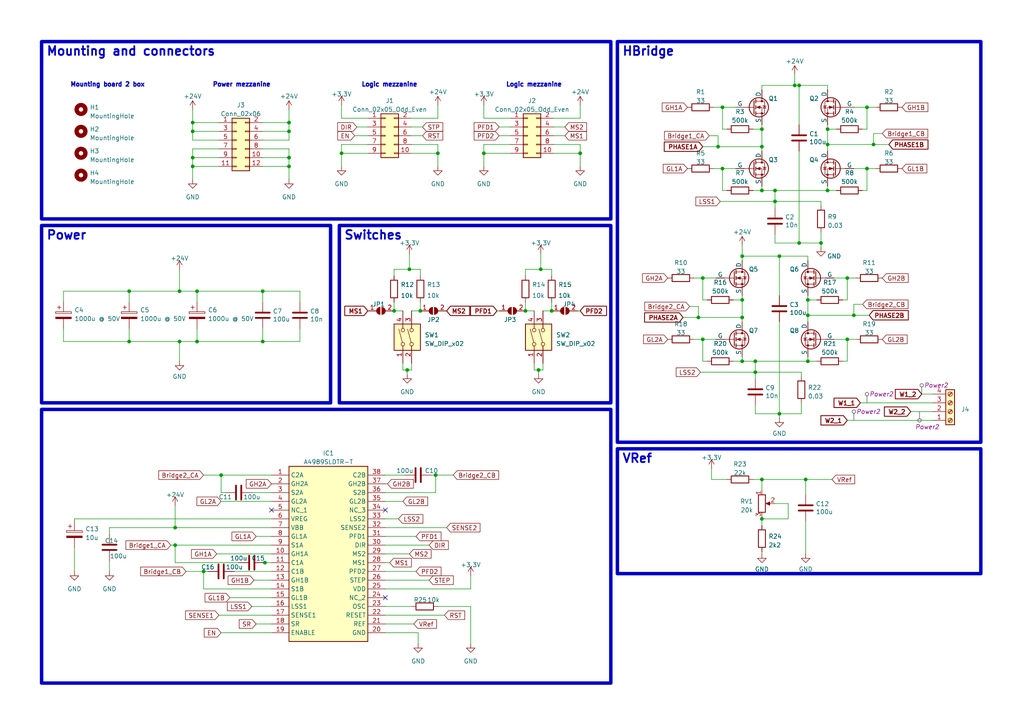
<source format=kicad_sch>
(kicad_sch (version 20230121) (generator eeschema)
  (paper "A4")
  (lib_symbols
    (symbol "+3.3V_2" (power) (pin_names (offset 0))
      (property "Value" "+3.3V_2" (at 0 3.556 0))
      (symbol "+3.3V_2_1_1"
        (pin power_in line (at 0 0 90) (length 0) hide (name "+3.3V") (number "1"))
      )
    )
    (symbol "Connector:Screw_Terminal_01x04" (pin_names (offset 1.016) hide)
      (property "Reference" "J" (at 0 5.08 0))
      (property "Value" "Screw_Terminal_01x04" (at 0 -7.62 0))
      (symbol "Screw_Terminal_01x04_1_1"
        (pin passive line (at -5.08 2.54 0) (length 3.81) (name "Pin_1") (number "1"))
        (pin passive line (at -5.08 0 0) (length 3.81) (name "Pin_2") (number "2"))
        (pin passive line (at -5.08 -2.54 0) (length 3.81) (name "Pin_3") (number "3"))
        (pin passive line (at -5.08 -5.08 0) (length 3.81) (name "Pin_4") (number "4"))
      )
    )
    (symbol "Connector_Generic:Conn_02x05_Odd_Even" (pin_names (offset 1.016) hide)
      (property "Reference" "J" (at 1.27 7.62 0))
      (property "Value" "Conn_02x05_Odd_Even" (at 1.27 -7.62 0))
      (symbol "Conn_02x05_Odd_Even_1_1"
        (pin passive line (at -5.08 5.08 0) (length 3.81) (name "Pin_1") (number "1"))
        (pin passive line (at 7.62 -5.08 180) (length 3.81) (name "Pin_10") (number "10"))
        (pin passive line (at 7.62 5.08 180) (length 3.81) (name "Pin_2") (number "2"))
        (pin passive line (at -5.08 2.54 0) (length 3.81) (name "Pin_3") (number "3"))
        (pin passive line (at 7.62 2.54 180) (length 3.81) (name "Pin_4") (number "4"))
        (pin passive line (at -5.08 0 0) (length 3.81) (name "Pin_5") (number "5"))
        (pin passive line (at 7.62 0 180) (length 3.81) (name "Pin_6") (number "6"))
        (pin passive line (at -5.08 -2.54 0) (length 3.81) (name "Pin_7") (number "7"))
        (pin passive line (at 7.62 -2.54 180) (length 3.81) (name "Pin_8") (number "8"))
        (pin passive line (at -5.08 -5.08 0) (length 3.81) (name "Pin_9") (number "9"))
      )
    )
    (symbol "Connector_Generic:Conn_02x06_Odd_Even" (pin_names (offset 1.016) hide)
      (property "Reference" "J" (at 1.27 7.62 0))
      (property "Value" "Conn_02x06_Odd_Even" (at 1.27 -10.16 0))
      (symbol "Conn_02x06_Odd_Even_1_1"
        (pin passive line (at -5.08 5.08 0) (length 3.81) (name "Pin_1") (number "1"))
        (pin passive line (at 7.62 -5.08 180) (length 3.81) (name "Pin_10") (number "10"))
        (pin passive line (at -5.08 -7.62 0) (length 3.81) (name "Pin_11") (number "11"))
        (pin passive line (at 7.62 -7.62 180) (length 3.81) (name "Pin_12") (number "12"))
        (pin passive line (at 7.62 5.08 180) (length 3.81) (name "Pin_2") (number "2"))
        (pin passive line (at -5.08 2.54 0) (length 3.81) (name "Pin_3") (number "3"))
        (pin passive line (at 7.62 2.54 180) (length 3.81) (name "Pin_4") (number "4"))
        (pin passive line (at -5.08 0 0) (length 3.81) (name "Pin_5") (number "5"))
        (pin passive line (at 7.62 0 180) (length 3.81) (name "Pin_6") (number "6"))
        (pin passive line (at -5.08 -2.54 0) (length 3.81) (name "Pin_7") (number "7"))
        (pin passive line (at 7.62 -2.54 180) (length 3.81) (name "Pin_8") (number "8"))
        (pin passive line (at -5.08 -5.08 0) (length 3.81) (name "Pin_9") (number "9"))
      )
    )
    (symbol "CustomLibrary:A4989SLDTR-T"
      (property "Reference" "IC" (at 29.21 7.62 0))
      (property "Value" "A4989SLDTR-T" (at 29.21 5.08 0))
      (symbol "A4989SLDTR-T_1_1"
        (pin passive line (at 0 0 0) (length 5.08) (name "C2A") (number "1"))
        (pin passive line (at 0 -22.86 0) (length 5.08) (name "GH1A") (number "10"))
        (pin passive line (at 0 -25.4 0) (length 5.08) (name "C1A") (number "11"))
        (pin passive line (at 0 -27.94 0) (length 5.08) (name "C1B") (number "12"))
        (pin passive line (at 0 -30.48 0) (length 5.08) (name "GH1B") (number "13"))
        (pin passive line (at 0 -33.02 0) (length 5.08) (name "S1B") (number "14"))
        (pin passive line (at 0 -35.56 0) (length 5.08) (name "GL1B") (number "15"))
        (pin passive line (at 0 -38.1 0) (length 5.08) (name "LSS1") (number "16"))
        (pin passive line (at 0 -40.64 0) (length 5.08) (name "SENSE1") (number "17"))
        (pin passive line (at 0 -43.18 0) (length 5.08) (name "SR") (number "18"))
        (pin passive line (at 0 -45.72 0) (length 5.08) (name "ENABLE") (number "19"))
        (pin passive line (at 0 -2.54 0) (length 5.08) (name "GH2A") (number "2"))
        (pin passive line (at 33.02 -45.72 180) (length 5.08) (name "GND") (number "20"))
        (pin passive line (at 33.02 -43.18 180) (length 5.08) (name "REF") (number "21"))
        (pin passive line (at 33.02 -40.64 180) (length 5.08) (name "RESET") (number "22"))
        (pin passive line (at 33.02 -38.1 180) (length 5.08) (name "OSC") (number "23"))
        (pin passive line (at 33.02 -35.56 180) (length 5.08) (name "NC_2") (number "24"))
        (pin passive line (at 33.02 -33.02 180) (length 5.08) (name "VDD") (number "25"))
        (pin passive line (at 33.02 -30.48 180) (length 5.08) (name "STEP") (number "26"))
        (pin passive line (at 33.02 -27.94 180) (length 5.08) (name "PFD2") (number "27"))
        (pin passive line (at 33.02 -25.4 180) (length 5.08) (name "MS1") (number "28"))
        (pin passive line (at 33.02 -22.86 180) (length 5.08) (name "MS2") (number "29"))
        (pin passive line (at 0 -5.08 0) (length 5.08) (name "S2A") (number "3"))
        (pin passive line (at 33.02 -20.32 180) (length 5.08) (name "DIR") (number "30"))
        (pin passive line (at 33.02 -17.78 180) (length 5.08) (name "PFD1") (number "31"))
        (pin passive line (at 33.02 -15.24 180) (length 5.08) (name "SENSE2") (number "32"))
        (pin passive line (at 33.02 -12.7 180) (length 5.08) (name "LSS2") (number "33"))
        (pin passive line (at 33.02 -10.16 180) (length 5.08) (name "NC_3") (number "34"))
        (pin passive line (at 33.02 -7.62 180) (length 5.08) (name "GL2B") (number "35"))
        (pin passive line (at 33.02 -5.08 180) (length 5.08) (name "S2B") (number "36"))
        (pin passive line (at 33.02 -2.54 180) (length 5.08) (name "GH2B") (number "37"))
        (pin passive line (at 33.02 0 180) (length 5.08) (name "C2B") (number "38"))
        (pin passive line (at 0 -7.62 0) (length 5.08) (name "GL2A") (number "4"))
        (pin passive line (at 0 -10.16 0) (length 5.08) (name "NC_1") (number "5"))
        (pin passive line (at 0 -12.7 0) (length 5.08) (name "VREG") (number "6"))
        (pin passive line (at 0 -15.24 0) (length 5.08) (name "VBB") (number "7"))
        (pin passive line (at 0 -17.78 0) (length 5.08) (name "GL1A") (number "8"))
        (pin passive line (at 0 -20.32 0) (length 5.08) (name "S1A") (number "9"))
      )
    )
    (symbol "Device:C" (pin_numbers hide) (pin_names (offset 0.254))
      (property "Reference" "C" (at 0.635 2.54 0))
      (property "Value" "C" (at 0.635 -2.54 0))
      (symbol "C_1_1"
        (pin passive line (at 0 3.81 270) (length 2.794) (name "~") (number "1"))
        (pin passive line (at 0 -3.81 90) (length 2.794) (name "~") (number "2"))
      )
    )
    (symbol "Device:C_Polarized" (pin_numbers hide) (pin_names (offset 0.254))
      (property "Reference" "C" (at 0.635 2.54 0))
      (property "Value" "C_Polarized" (at 0.635 -2.54 0))
      (symbol "C_Polarized_1_1"
        (pin passive line (at 0 3.81 270) (length 2.794) (name "~") (number "1"))
        (pin passive line (at 0 -3.81 90) (length 2.794) (name "~") (number "2"))
      )
    )
    (symbol "Device:R" (pin_numbers hide) (pin_names (offset 0))
      (property "Reference" "R" (at 2.032 0 90))
      (property "Value" "R" (at 0 0 90))
      (symbol "R_1_1"
        (pin passive line (at 0 3.81 270) (length 1.27) (name "~") (number "1"))
        (pin passive line (at 0 -3.81 90) (length 1.27) (name "~") (number "2"))
      )
    )
    (symbol "Device:R_Potentiometer" (pin_names (offset 1.016) hide)
      (property "Reference" "RV" (at -4.445 0 90))
      (property "Value" "R_Potentiometer" (at -2.54 0 90))
      (symbol "R_Potentiometer_1_1"
        (pin passive line (at 0 3.81 270) (length 1.27) (name "1") (number "1"))
        (pin passive line (at 3.81 0 180) (length 1.27) (name "2") (number "2"))
        (pin passive line (at 0 -3.81 90) (length 1.27) (name "3") (number "3"))
      )
    )
    (symbol "Jumper:SolderJumper_2_Open" (pin_names (offset 0) hide)
      (property "Reference" "JP" (at 0 2.032 0))
      (property "Value" "SolderJumper_2_Open" (at 0 -2.54 0))
      (symbol "SolderJumper_2_Open_1_1"
        (pin passive line (at -3.81 0 0) (length 2.54) (name "A") (number "1"))
        (pin passive line (at 3.81 0 180) (length 2.54) (name "B") (number "2"))
      )
    )
    (symbol "Mechanical:MountingHole" (pin_names (offset 1.016))
      (property "Reference" "H" (at 0 5.08 0))
      (property "Value" "MountingHole" (at 0 3.175 0))
    )
    (symbol "Simulation_SPICE:NMOS" (pin_numbers hide) (pin_names (offset 0))
      (property "Reference" "Q" (at 5.08 1.27 0))
      (property "Value" "NMOS" (at 5.08 -1.27 0))
      (symbol "NMOS_1_1"
        (pin passive line (at 2.54 5.08 270) (length 2.54) (name "D") (number "1"))
        (pin input line (at -5.08 0 0) (length 2.54) (name "G") (number "2"))
        (pin passive line (at 2.54 -5.08 90) (length 2.54) (name "S") (number "3"))
      )
    )
    (symbol "Switch:SW_DIP_x02" (pin_names (offset 0) hide)
      (property "Reference" "SW" (at 0 6.35 0))
      (property "Value" "SW_DIP_x02" (at 0 -3.81 0))
      (symbol "SW_DIP_x02_1_1"
        (pin passive line (at -7.62 2.54 0) (length 5.08) (name "~") (number "1"))
        (pin passive line (at -7.62 0 0) (length 5.08) (name "~") (number "2"))
        (pin passive line (at 7.62 0 180) (length 5.08) (name "~") (number "3"))
        (pin passive line (at 7.62 2.54 180) (length 5.08) (name "~") (number "4"))
      )
    )
    (symbol "power:+24V" (power) (pin_names (offset 0))
      (property "Value" "+24V" (at 0 3.556 0))
      (symbol "+24V_1_1"
        (pin power_in line (at 0 0 90) (length 0) hide (name "+24V") (number "1"))
      )
    )
    (symbol "power:GND" (power) (pin_names (offset 0))
      (property "Value" "GND" (at 0 -3.81 0))
      (symbol "GND_1_1"
        (pin power_in line (at 0 0 270) (length 0) hide (name "GND") (number "1"))
      )
    )
  )
  (junction (at 57.15 84.455))
  (junction (at 209.55 31.115))
  (junction (at 99.06 44.45))
  (junction (at 118.745 78.105))
  (junction (at 50.8 158.115))
  (junction (at 224.79 55.245))
  (junction (at 121.92 90.17))
  (junction (at 226.06 74.295))
  (junction (at 240.03 41.91))
  (junction (at 202.565 92.075))
  (junction (at 83.82 35.56))
  (junction (at 251.46 48.895))
  (junction (at 230.505 24.765))
  (junction (at 219.075 104.775))
  (junction (at 76.2 99.06))
  (junction (at 220.98 139.065))
  (junction (at 231.775 24.765))
  (junction (at 220.98 37.465))
  (junction (at 76.835 163.195))
  (junction (at 226.06 120.015))
  (junction (at 156.845 78.105))
  (junction (at 152.4 90.17))
  (junction (at 168.275 44.45))
  (junction (at 127 44.45))
  (junction (at 251.46 31.115))
  (junction (at 208.28 42.545))
  (junction (at 220.98 150.495))
  (junction (at 203.835 98.425))
  (junction (at 55.88 45.72))
  (junction (at 215.265 86.995))
  (junction (at 83.82 48.26))
  (junction (at 234.315 104.775))
  (junction (at 37.465 84.455))
  (junction (at 57.15 99.06))
  (junction (at 114.3 90.17))
  (junction (at 203.835 80.645))
  (junction (at 247.65 91.44))
  (junction (at 83.82 45.72))
  (junction (at 219.075 107.95))
  (junction (at 52.07 99.06))
  (junction (at 240.03 37.465))
  (junction (at 245.745 80.645))
  (junction (at 156.21 107.315))
  (junction (at 215.265 104.775))
  (junction (at 126.365 137.795))
  (junction (at 76.2 84.455))
  (junction (at 220.98 42.545))
  (junction (at 234.315 91.44))
  (junction (at 209.55 48.895))
  (junction (at 238.125 70.485))
  (junction (at 231.775 70.485))
  (junction (at 233.68 139.065))
  (junction (at 50.8 153.035))
  (junction (at 140.335 44.45))
  (junction (at 64.135 137.795))
  (junction (at 83.82 38.1))
  (junction (at 37.465 99.06))
  (junction (at 224.79 58.42))
  (junction (at 220.98 55.245))
  (junction (at 55.88 35.56))
  (junction (at 160.02 90.17))
  (junction (at 215.265 92.075))
  (junction (at 118.11 107.315))
  (junction (at 234.315 86.995))
  (junction (at 55.88 48.26))
  (junction (at 59.055 165.735))
  (junction (at 52.07 84.455))
  (junction (at 253.365 41.91))
  (junction (at 240.03 55.245))
  (junction (at 55.88 38.1))
  (junction (at 245.745 98.425))
  (junction (at 215.265 74.295))
  (no_connect (at 111.76 173.355))
  (no_connect (at 111.76 147.955))
  (no_connect (at 78.74 147.955))
  (wire (pts (xy 136.525 175.895) (xy 127 175.895)))
  (wire (pts (xy 240.03 37.465) (xy 242.57 37.465)))
  (wire (pts (xy 250.19 88.265) (xy 247.65 88.265)))
  (wire (pts (xy 247.65 91.44) (xy 234.315 91.44)))
  (wire (pts (xy 245.745 98.425) (xy 248.285 98.425)))
  (wire (pts (xy 215.265 104.775) (xy 219.075 104.775)))
  (wire (pts (xy 86.995 99.06) (xy 76.2 99.06)))
  (wire (pts (xy 219.075 104.775) (xy 234.315 104.775)))
  (wire (pts (xy 160.655 44.45) (xy 168.275 44.45)))
  (wire (pts (xy 219.075 107.95) (xy 232.41 107.95)))
  (wire (pts (xy 219.075 109.855) (xy 219.075 107.95)))
  (wire (pts (xy 156.845 78.105) (xy 160.02 78.105)))
  (wire (pts (xy 147.955 41.91) (xy 140.335 41.91)))
  (wire (pts (xy 121.92 80.01) (xy 121.92 78.105)))
  (wire (pts (xy 209.55 48.895) (xy 207.01 48.895)))
  (wire (pts (xy 249.555 116.84) (xy 270.51 116.84)))
  (wire (pts (xy 232.41 107.95) (xy 232.41 109.22)))
  (wire (pts (xy 209.55 55.245) (xy 209.55 48.895)))
  (wire (pts (xy 111.76 150.495) (xy 115.57 150.495)))
  (wire (pts (xy 215.265 86.995) (xy 215.265 92.075)))
  (wire (pts (xy 218.44 139.065) (xy 220.98 139.065)))
  (wire (pts (xy 111.76 165.735) (xy 120.65 165.735)))
  (wire (pts (xy 215.265 103.505) (xy 215.265 104.775)))
  (wire (pts (xy 116.84 107.315) (xy 118.11 107.315)))
  (wire (pts (xy 213.36 31.115) (xy 209.55 31.115)))
  (wire (pts (xy 251.46 31.115) (xy 254 31.115)))
  (wire (pts (xy 152.4 80.01) (xy 152.4 78.105)))
  (wire (pts (xy 64.135 142.875) (xy 64.135 137.795)))
  (wire (pts (xy 76.2 48.26) (xy 83.82 48.26)))
  (wire (pts (xy 111.76 153.035) (xy 129.54 153.035)))
  (wire (pts (xy 203.835 98.425) (xy 201.295 98.425)))
  (wire (pts (xy 198.12 92.075) (xy 202.565 92.075)))
  (wire (pts (xy 202.565 88.9) (xy 202.565 92.075)))
  (wire (pts (xy 220.98 26.035) (xy 220.98 24.765)))
  (wire (pts (xy 50.8 153.035) (xy 31.75 153.035)))
  (wire (pts (xy 252.095 91.44) (xy 247.65 91.44)))
  (wire (pts (xy 160.655 36.83) (xy 163.83 36.83)))
  (wire (pts (xy 18.415 99.06) (xy 37.465 99.06)))
  (wire (pts (xy 63.5 48.26) (xy 55.88 48.26)))
  (wire (pts (xy 231.775 70.485) (xy 238.125 70.485)))
  (wire (pts (xy 55.88 40.64) (xy 63.5 40.64)))
  (wire (pts (xy 76.835 163.195) (xy 75.565 163.195)))
  (wire (pts (xy 55.88 35.56) (xy 63.5 35.56)))
  (wire (pts (xy 228.6 150.495) (xy 220.98 150.495)))
  (wire (pts (xy 220.98 37.465) (xy 220.98 42.545)))
  (wire (pts (xy 147.955 39.37) (xy 144.78 39.37)))
  (wire (pts (xy 65.405 142.875) (xy 64.135 142.875)))
  (wire (pts (xy 99.06 34.29) (xy 106.68 34.29)))
  (wire (pts (xy 220.98 55.245) (xy 218.44 55.245)))
  (wire (pts (xy 125.095 137.795) (xy 126.365 137.795)))
  (wire (pts (xy 240.03 55.245) (xy 242.57 55.245)))
  (wire (pts (xy 18.415 95.25) (xy 18.415 99.06)))
  (wire (pts (xy 37.465 99.06) (xy 52.07 99.06)))
  (wire (pts (xy 208.28 42.545) (xy 220.98 42.545)))
  (wire (pts (xy 220.98 53.975) (xy 220.98 55.245)))
  (wire (pts (xy 230.505 21.59) (xy 230.505 24.765)))
  (wire (pts (xy 220.98 55.245) (xy 224.79 55.245)))
  (wire (pts (xy 55.88 40.64) (xy 55.88 38.1)))
  (wire (pts (xy 76.2 84.455) (xy 76.2 87.63)))
  (wire (pts (xy 257.81 41.91) (xy 253.365 41.91)))
  (wire (pts (xy 219.075 120.015) (xy 226.06 120.015)))
  (wire (pts (xy 119.38 107.315) (xy 118.11 107.315)))
  (wire (pts (xy 83.82 40.64) (xy 83.82 38.1)))
  (wire (pts (xy 234.315 104.775) (xy 234.315 103.505)))
  (wire (pts (xy 76.835 163.195) (xy 78.74 163.195)))
  (wire (pts (xy 244.475 104.775) (xy 245.745 104.775)))
  (wire (pts (xy 50.8 163.195) (xy 50.8 158.115)))
  (wire (pts (xy 255.905 38.735) (xy 253.365 38.735)))
  (wire (pts (xy 53.975 165.735) (xy 59.055 165.735)))
  (wire (pts (xy 121.285 183.515) (xy 121.285 186.69)))
  (wire (pts (xy 209.55 37.465) (xy 209.55 31.115)))
  (wire (pts (xy 37.465 84.455) (xy 52.07 84.455)))
  (wire (pts (xy 31.75 162.56) (xy 31.75 165.735)))
  (wire (pts (xy 52.07 84.455) (xy 57.15 84.455)))
  (wire (pts (xy 250.19 37.465) (xy 251.46 37.465)))
  (wire (pts (xy 245.745 121.92) (xy 270.51 121.92)))
  (wire (pts (xy 215.265 85.725) (xy 215.265 86.995)))
  (wire (pts (xy 147.955 44.45) (xy 140.335 44.45)))
  (wire (pts (xy 64.135 183.515) (xy 78.74 183.515)))
  (wire (pts (xy 59.055 165.735) (xy 60.325 165.735)))
  (wire (pts (xy 240.03 37.465) (xy 240.03 41.91)))
  (wire (pts (xy 66.675 173.355) (xy 78.74 173.355)))
  (wire (pts (xy 231.775 24.765) (xy 231.775 36.195)))
  (wire (pts (xy 99.06 30.48) (xy 99.06 34.29)))
  (wire (pts (xy 233.68 151.13) (xy 233.68 160.655)))
  (wire (pts (xy 76.2 43.18) (xy 83.82 43.18)))
  (wire (pts (xy 224.79 55.245) (xy 224.79 58.42)))
  (wire (pts (xy 228.6 146.05) (xy 228.6 150.495)))
  (wire (pts (xy 210.82 37.465) (xy 209.55 37.465)))
  (wire (pts (xy 220.98 160.655) (xy 220.98 160.02)))
  (wire (pts (xy 59.055 137.795) (xy 64.135 137.795)))
  (wire (pts (xy 117.475 137.795) (xy 111.76 137.795)))
  (wire (pts (xy 157.48 105.41) (xy 157.48 107.315)))
  (wire (pts (xy 220.98 37.465) (xy 218.44 37.465)))
  (wire (pts (xy 205.105 86.995) (xy 203.835 86.995)))
  (wire (pts (xy 220.98 42.545) (xy 220.98 43.815)))
  (wire (pts (xy 69.215 163.195) (xy 50.8 163.195)))
  (wire (pts (xy 118.745 73.66) (xy 118.745 78.105)))
  (wire (pts (xy 240.03 41.91) (xy 240.03 43.815)))
  (wire (pts (xy 168.275 44.45) (xy 168.275 48.26)))
  (wire (pts (xy 106.68 41.91) (xy 99.06 41.91)))
  (wire (pts (xy 119.38 39.37) (xy 122.555 39.37)))
  (wire (pts (xy 18.415 87.63) (xy 18.415 84.455)))
  (wire (pts (xy 147.955 36.83) (xy 144.78 36.83)))
  (wire (pts (xy 224.79 146.05) (xy 228.6 146.05)))
  (wire (pts (xy 116.84 105.41) (xy 116.84 107.315)))
  (wire (pts (xy 111.76 183.515) (xy 121.285 183.515)))
  (wire (pts (xy 238.125 70.485) (xy 238.125 67.31)))
  (wire (pts (xy 160.02 80.01) (xy 160.02 78.105)))
  (wire (pts (xy 220.98 150.495) (xy 220.98 152.4)))
  (wire (pts (xy 156.21 107.315) (xy 156.21 108.585)))
  (wire (pts (xy 37.465 95.25) (xy 37.465 99.06)))
  (wire (pts (xy 152.4 78.105) (xy 156.845 78.105)))
  (wire (pts (xy 215.265 92.075) (xy 215.265 93.345)))
  (wire (pts (xy 160.02 90.17) (xy 157.48 90.17)))
  (wire (pts (xy 231.775 43.815) (xy 231.775 70.485)))
  (wire (pts (xy 215.265 74.295) (xy 226.06 74.295)))
  (wire (pts (xy 240.03 24.765) (xy 240.03 26.035)))
  (wire (pts (xy 106.68 39.37) (xy 102.87 39.37)))
  (wire (pts (xy 52.07 99.06) (xy 52.07 104.775)))
  (wire (pts (xy 111.76 170.815) (xy 136.525 170.815)))
  (wire (pts (xy 86.995 84.455) (xy 86.995 87.63)))
  (wire (pts (xy 152.4 90.17) (xy 154.94 90.17)))
  (wire (pts (xy 78.74 150.495) (xy 21.59 150.495)))
  (wire (pts (xy 52.07 99.06) (xy 57.15 99.06)))
  (wire (pts (xy 67.945 165.735) (xy 78.74 165.735)))
  (wire (pts (xy 264.16 119.38) (xy 270.51 119.38)))
  (wire (pts (xy 234.315 85.725) (xy 234.315 86.995)))
  (wire (pts (xy 160.02 87.63) (xy 160.02 90.17)))
  (wire (pts (xy 154.94 105.41) (xy 154.94 107.315)))
  (wire (pts (xy 64.135 145.415) (xy 78.74 145.415)))
  (wire (pts (xy 203.835 104.775) (xy 203.835 98.425)))
  (wire (pts (xy 251.46 48.895) (xy 254 48.895)))
  (wire (pts (xy 226.06 74.295) (xy 226.06 85.725)))
  (wire (pts (xy 106.68 36.83) (xy 103.505 36.83)))
  (wire (pts (xy 157.48 107.315) (xy 156.21 107.315)))
  (wire (pts (xy 140.335 30.48) (xy 140.335 34.29)))
  (wire (pts (xy 114.3 80.01) (xy 114.3 78.105)))
  (wire (pts (xy 247.65 31.115) (xy 251.46 31.115)))
  (wire (pts (xy 215.265 104.775) (xy 212.725 104.775)))
  (wire (pts (xy 206.375 139.065) (xy 210.82 139.065)))
  (wire (pts (xy 83.82 31.75) (xy 83.82 35.56)))
  (wire (pts (xy 55.88 43.18) (xy 55.88 45.72)))
  (wire (pts (xy 144.145 90.17) (xy 144.78 90.17)))
  (wire (pts (xy 203.2 107.95) (xy 219.075 107.95)))
  (wire (pts (xy 224.79 70.485) (xy 231.775 70.485)))
  (wire (pts (xy 226.06 93.345) (xy 226.06 120.015)))
  (wire (pts (xy 111.76 168.275) (xy 124.46 168.275)))
  (wire (pts (xy 119.38 41.91) (xy 127 41.91)))
  (wire (pts (xy 111.76 160.655) (xy 118.745 160.655)))
  (wire (pts (xy 83.82 48.26) (xy 83.82 52.07)))
  (wire (pts (xy 114.3 90.17) (xy 116.84 90.17)))
  (wire (pts (xy 234.315 74.295) (xy 234.315 75.565)))
  (wire (pts (xy 168.275 41.91) (xy 168.275 44.45)))
  (wire (pts (xy 156.845 73.66) (xy 156.845 78.105)))
  (wire (pts (xy 126.365 142.875) (xy 111.76 142.875)))
  (wire (pts (xy 219.075 117.475) (xy 219.075 120.015)))
  (wire (pts (xy 76.2 95.25) (xy 76.2 99.06)))
  (wire (pts (xy 210.82 55.245) (xy 209.55 55.245)))
  (wire (pts (xy 224.79 67.945) (xy 224.79 70.485)))
  (wire (pts (xy 57.15 99.06) (xy 76.2 99.06)))
  (wire (pts (xy 230.505 24.765) (xy 231.775 24.765)))
  (wire (pts (xy 119.38 36.83) (xy 122.555 36.83)))
  (wire (pts (xy 233.68 139.065) (xy 241.3 139.065)))
  (wire (pts (xy 241.935 98.425) (xy 245.745 98.425)))
  (wire (pts (xy 83.82 35.56) (xy 76.2 35.56)))
  (wire (pts (xy 119.38 44.45) (xy 127 44.45)))
  (wire (pts (xy 152.4 87.63) (xy 152.4 90.17)))
  (wire (pts (xy 253.365 38.735) (xy 253.365 41.91)))
  (wire (pts (xy 251.46 37.465) (xy 251.46 31.115)))
  (wire (pts (xy 127 44.45) (xy 127 48.26)))
  (wire (pts (xy 240.03 55.245) (xy 240.03 53.975)))
  (wire (pts (xy 55.88 48.26) (xy 55.88 52.07)))
  (wire (pts (xy 245.745 104.775) (xy 245.745 98.425)))
  (wire (pts (xy 238.125 71.755) (xy 238.125 70.485)))
  (wire (pts (xy 111.76 163.195) (xy 113.03 163.195)))
  (wire (pts (xy 21.59 158.75) (xy 21.59 165.735)))
  (wire (pts (xy 208.915 58.42) (xy 224.79 58.42)))
  (wire (pts (xy 215.265 71.12) (xy 215.265 74.295)))
  (wire (pts (xy 63.5 45.72) (xy 55.88 45.72)))
  (wire (pts (xy 37.465 84.455) (xy 37.465 87.63)))
  (wire (pts (xy 64.135 137.795) (xy 78.74 137.795)))
  (wire (pts (xy 59.055 165.735) (xy 59.055 170.815)))
  (wire (pts (xy 76.2 40.64) (xy 83.82 40.64)))
  (wire (pts (xy 116.84 145.415) (xy 111.76 145.415)))
  (wire (pts (xy 234.315 91.44) (xy 234.315 93.345)))
  (wire (pts (xy 118.11 107.315) (xy 118.11 108.585)))
  (wire (pts (xy 63.5 178.435) (xy 78.74 178.435)))
  (wire (pts (xy 245.745 86.995) (xy 245.745 80.645)))
  (wire (pts (xy 57.15 84.455) (xy 76.2 84.455)))
  (wire (pts (xy 203.835 42.545) (xy 208.28 42.545)))
  (wire (pts (xy 59.055 170.815) (xy 78.74 170.815)))
  (wire (pts (xy 224.79 58.42) (xy 238.125 58.42)))
  (wire (pts (xy 234.315 104.775) (xy 236.855 104.775)))
  (wire (pts (xy 76.2 38.1) (xy 83.82 38.1)))
  (wire (pts (xy 203.835 86.995) (xy 203.835 80.645)))
  (wire (pts (xy 112.395 140.335) (xy 111.76 140.335)))
  (wire (pts (xy 234.315 86.995) (xy 234.315 91.44)))
  (wire (pts (xy 232.41 120.015) (xy 232.41 116.84)))
  (wire (pts (xy 233.68 143.51) (xy 233.68 139.065)))
  (wire (pts (xy 99.06 44.45) (xy 99.06 48.26)))
  (wire (pts (xy 21.59 150.495) (xy 21.59 151.13)))
  (wire (pts (xy 245.745 80.645) (xy 248.285 80.645)))
  (wire (pts (xy 18.415 84.455) (xy 37.465 84.455)))
  (wire (pts (xy 251.46 55.245) (xy 251.46 48.895)))
  (wire (pts (xy 126.365 137.795) (xy 126.365 142.875)))
  (wire (pts (xy 220.98 139.065) (xy 220.98 142.24)))
  (wire (pts (xy 244.475 86.995) (xy 245.745 86.995)))
  (wire (pts (xy 168.275 30.48) (xy 168.275 34.29)))
  (wire (pts (xy 253.365 41.91) (xy 240.03 41.91)))
  (wire (pts (xy 73.025 142.875) (xy 78.74 142.875)))
  (wire (pts (xy 31.75 153.035) (xy 31.75 154.94)))
  (wire (pts (xy 160.655 39.37) (xy 163.83 39.37)))
  (wire (pts (xy 111.76 175.895) (xy 119.38 175.895)))
  (wire (pts (xy 55.88 45.72) (xy 55.88 48.26)))
  (wire (pts (xy 127 41.91) (xy 127 44.45)))
  (wire (pts (xy 111.76 158.115) (xy 124.46 158.115)))
  (wire (pts (xy 131.445 137.795) (xy 126.365 137.795)))
  (wire (pts (xy 220.98 36.195) (xy 220.98 37.465)))
  (wire (pts (xy 250.19 55.245) (xy 251.46 55.245)))
  (wire (pts (xy 207.645 98.425) (xy 203.835 98.425)))
  (wire (pts (xy 213.36 48.895) (xy 209.55 48.895)))
  (wire (pts (xy 111.76 178.435) (xy 128.905 178.435)))
  (wire (pts (xy 215.265 86.995) (xy 212.725 86.995)))
  (wire (pts (xy 57.15 95.25) (xy 57.15 99.06)))
  (wire (pts (xy 208.28 39.37) (xy 208.28 42.545)))
  (wire (pts (xy 160.655 41.91) (xy 168.275 41.91)))
  (wire (pts (xy 234.315 86.995) (xy 236.855 86.995)))
  (wire (pts (xy 205.105 104.775) (xy 203.835 104.775)))
  (wire (pts (xy 111.76 180.975) (xy 120.015 180.975)))
  (wire (pts (xy 83.82 45.72) (xy 83.82 48.26)))
  (wire (pts (xy 118.745 78.105) (xy 121.92 78.105)))
  (wire (pts (xy 224.79 60.325) (xy 224.79 58.42)))
  (wire (pts (xy 121.92 90.17) (xy 119.38 90.17)))
  (wire (pts (xy 168.275 34.29) (xy 160.655 34.29)))
  (wire (pts (xy 140.335 44.45) (xy 140.335 48.26)))
  (wire (pts (xy 226.06 121.285) (xy 226.06 120.015)))
  (wire (pts (xy 220.98 149.86) (xy 220.98 150.495)))
  (wire (pts (xy 226.06 74.295) (xy 234.315 74.295)))
  (wire (pts (xy 50.8 158.115) (xy 78.74 158.115)))
  (wire (pts (xy 106.68 44.45) (xy 99.06 44.45)))
  (wire (pts (xy 247.65 88.265) (xy 247.65 91.44)))
  (wire (pts (xy 119.38 105.41) (xy 119.38 107.315)))
  (wire (pts (xy 206.375 139.065) (xy 206.375 135.89)))
  (wire (pts (xy 111.76 155.575) (xy 120.65 155.575)))
  (wire (pts (xy 52.07 84.455) (xy 52.07 78.105)))
  (wire (pts (xy 55.88 31.75) (xy 55.88 35.56)))
  (wire (pts (xy 57.15 84.455) (xy 57.15 87.63)))
  (wire (pts (xy 203.835 80.645) (xy 201.295 80.645)))
  (wire (pts (xy 63.5 38.1) (xy 55.88 38.1)))
  (wire (pts (xy 74.295 155.575) (xy 78.74 155.575)))
  (wire (pts (xy 202.565 92.075) (xy 215.265 92.075)))
  (wire (pts (xy 73.66 168.275) (xy 78.74 168.275)))
  (wire (pts (xy 50.8 153.035) (xy 78.74 153.035)))
  (wire (pts (xy 74.295 180.975) (xy 78.74 180.975)))
  (wire (pts (xy 200.025 88.9) (xy 202.565 88.9)))
  (wire (pts (xy 114.3 78.105) (xy 118.745 78.105)))
  (wire (pts (xy 73.025 175.895) (xy 78.74 175.895)))
  (wire (pts (xy 241.935 80.645) (xy 245.745 80.645)))
  (wire (pts (xy 55.88 43.18) (xy 63.5 43.18)))
  (wire (pts (xy 209.55 31.115) (xy 207.01 31.115)))
  (wire (pts (xy 240.03 36.195) (xy 240.03 37.465)))
  (wire (pts (xy 140.335 41.91) (xy 140.335 44.45)))
  (wire (pts (xy 121.92 87.63) (xy 121.92 90.17)))
  (wire (pts (xy 50.8 146.685) (xy 50.8 153.035)))
  (wire (pts (xy 167.64 90.17) (xy 168.275 90.17)))
  (wire (pts (xy 127 34.29) (xy 119.38 34.29)))
  (wire (pts (xy 76.2 45.72) (xy 83.82 45.72)))
  (wire (pts (xy 224.79 55.245) (xy 240.03 55.245)))
  (wire (pts (xy 231.775 24.765) (xy 240.03 24.765)))
  (wire (pts (xy 247.65 48.895) (xy 251.46 48.895)))
  (wire (pts (xy 154.94 107.315) (xy 156.21 107.315)))
  (wire (pts (xy 55.88 38.1) (xy 55.88 35.56)))
  (wire (pts (xy 49.53 158.115) (xy 50.8 158.115)))
  (wire (pts (xy 233.68 139.065) (xy 220.98 139.065)))
  (wire (pts (xy 215.265 75.565) (xy 215.265 74.295)))
  (wire (pts (xy 267.335 114.3) (xy 270.51 114.3)))
  (wire (pts (xy 219.075 104.775) (xy 219.075 107.95)))
  (wire (pts (xy 136.525 170.815) (xy 136.525 167.005)))
  (wire (pts (xy 83.82 38.1) (xy 83.82 35.56)))
  (wire (pts (xy 76.2 84.455) (xy 86.995 84.455)))
  (wire (pts (xy 238.125 58.42) (xy 238.125 59.69)))
  (wire (pts (xy 140.335 34.29) (xy 147.955 34.29)))
  (wire (pts (xy 127 30.48) (xy 127 34.29)))
  (wire (pts (xy 86.995 95.25) (xy 86.995 99.06)))
  (wire (pts (xy 220.98 24.765) (xy 230.505 24.765)))
  (wire (pts (xy 83.82 45.72) (xy 83.82 43.18)))
  (wire (pts (xy 62.865 160.655) (xy 78.74 160.655)))
  (wire (pts (xy 226.06 120.015) (xy 232.41 120.015)))
  (wire (pts (xy 136.525 175.895) (xy 136.525 186.69)))
  (wire (pts (xy 114.3 87.63) (xy 114.3 90.17)))
  (wire (pts (xy 205.74 39.37) (xy 208.28 39.37)))
  (wire (pts (xy 207.645 80.645) (xy 203.835 80.645)))
  (wire (pts (xy 99.06 41.91) (xy 99.06 44.45)))
  (rectangle (start 98.425 65.405) (end 177.165 116.84) (stroke (width 1)))
  (rectangle (start 179.07 130.175) (end 284.48 166.37) (stroke (width 1)))
  (rectangle (start 12.065 65.405) (end 95.885 116.84) (stroke (width 1)))
  (rectangle (start 179.07 12.065) (end 284.48 128.27) (stroke (width 1)))
  (rectangle (start 12.065 12.065) (end 177.165 63.5) (stroke (width 1)))
  (rectangle (start 12.065 118.745) (end 177.165 198.12) (stroke (width 1)))
  (text "HBridge\n" (at 180.34 16.51 0) (effects (font (size 2.54 2.54) (thickness 0.508) bold) (justify left bottom)))
  (text "Power mezzanine\n" (at 61.595 25.4 0) (effects (font (size 1.27 1.27) (thickness 0.508) bold) (justify left bottom)))
  (text "VRef\n" (at 180.34 134.62 0) (effects (font (size 2.54 2.54) (thickness 0.508) bold) (justify left bottom)))
  (text "Logic mezzanine\n" (at 104.775 25.4 0) (effects (font (size 1.27 1.27) (thickness 0.508) bold) (justify left bottom)))
  (text "Logic mezzanine\n" (at 146.685 25.4 0) (effects (font (size 1.27 1.27) (thickness 0.508) bold) (justify left bottom)))
  (text "Mounting board 2 box" (at 20.32 25.4 0) (effects (font (size 1.27 1.27) (thickness 0.508) bold) (justify left bottom)))
  (text "Power\n" (at 13.335 69.85 0) (effects (font (size 2.54 2.54) (thickness 0.508) bold) (justify left bottom)))
  (text "Switches\n" (at 99.695 69.85 0) (effects (font (size 2.54 2.54) (thickness 0.508) bold) (justify left bottom)))
  (text "Mounting and connectors\n" (at 13.335 16.51 0) (effects (font (size 2.54 2.54) (thickness 0.508) bold) (justify left bottom)))
  (global_label "GL1A" (shape input) (at 199.39 48.895 180) (property "Intersheetrefs" "${INTERSHEET_REFS}" (effects hide)))
  (global_label "PFD1" (shape input) (at 120.65 155.575 0) (property "Intersheetrefs" "${INTERSHEET_REFS}" (effects hide)))
  (global_label "SENSE1" (shape input) (at 63.5 178.435 180) (property "Intersheetrefs" "${INTERSHEET_REFS}" (effects hide)))
  (global_label "GH1B" (shape input) (at 73.66 168.275 180) (property "Intersheetrefs" "${INTERSHEET_REFS}" (effects hide)))
  (global_label "MS2" (shape input) (at 118.745 160.655 0) (property "Intersheetrefs" "${INTERSHEET_REFS}" (effects hide)))
  (global_label "EN" (shape input) (at 64.135 183.515 180) (property "Intersheetrefs" "${INTERSHEET_REFS}" (effects hide)))
  (global_label "LSS2" (shape input) (at 203.2 107.95 180) (property "Intersheetrefs" "${INTERSHEET_REFS}" (effects hide)))
  (global_label "DIR" (shape input) (at 124.46 158.115 0) (property "Intersheetrefs" "${INTERSHEET_REFS}" (effects hide)))
  (global_label "MS1" (shape input) (at 163.83 39.37 0) (property "Intersheetrefs" "${INTERSHEET_REFS}" (effects hide)))
  (global_label "Bridge2_CA" (shape input) (at 200.025 88.9 180) (property "Intersheetrefs" "${INTERSHEET_REFS}" (effects hide)))
  (global_label "GH2A" (shape input) (at 193.675 80.645 180) (property "Intersheetrefs" "${INTERSHEET_REFS}" (effects hide)))
  (global_label "Bridge1_CA" (shape input) (at 205.74 39.37 180) (property "Intersheetrefs" "${INTERSHEET_REFS}" (effects hide)))
  (global_label "MS1" (shape input) (at 106.68 90.17 180) (effects (font bold)) (property "Intersheetrefs" "${INTERSHEET_REFS}" (effects hide)))
  (global_label "Bridge1_CB" (shape input) (at 255.905 38.735 0) (property "Intersheetrefs" "${INTERSHEET_REFS}" (effects hide)))
  (global_label "PHASE2A" (shape input) (at 198.12 92.075 180) (effects (font (thickness 0.254) bold)) (property "Intersheetrefs" "${INTERSHEET_REFS}" (effects hide)))
  (global_label "GL1B" (shape input) (at 261.62 48.895 0) (property "Intersheetrefs" "${INTERSHEET_REFS}" (effects hide)))
  (global_label "DIR" (shape input) (at 103.505 36.83 180) (property "Intersheetrefs" "${INTERSHEET_REFS}" (effects hide)))
  (global_label "SENSE2" (shape input) (at 129.54 153.035 0) (property "Intersheetrefs" "${INTERSHEET_REFS}" (effects hide)))
  (global_label "LSS2" (shape input) (at 115.57 150.495 0) (property "Intersheetrefs" "${INTERSHEET_REFS}" (effects hide)))
  (global_label "GL2B" (shape input) (at 116.84 145.415 0) (property "Intersheetrefs" "${INTERSHEET_REFS}" (effects hide)))
  (global_label "PHASE1B" (shape input) (at 257.81 41.91 0) (effects (font (thickness 0.254) bold)) (property "Intersheetrefs" "${INTERSHEET_REFS}" (effects hide)))
  (global_label "Bridge2_CA" (shape input) (at 59.055 137.795 180) (property "Intersheetrefs" "${INTERSHEET_REFS}" (effects hide)))
  (global_label "PHASE2B" (shape input) (at 252.095 91.44 0) (effects (font (thickness 0.254) bold)) (property "Intersheetrefs" "${INTERSHEET_REFS}" (effects hide)))
  (global_label "W1_2" (shape input) (at 267.335 114.3 180) (effects (font bold)) (property "Intersheetrefs" "${INTERSHEET_REFS}" (effects hide)))
  (global_label "RST" (shape input) (at 128.905 178.435 0) (property "Intersheetrefs" "${INTERSHEET_REFS}" (effects hide)))
  (global_label "PFD2" (shape input) (at 120.65 165.735 0) (property "Intersheetrefs" "${INTERSHEET_REFS}" (effects hide)))
  (global_label "Bridge2_CB" (shape input) (at 250.19 88.265 0) (property "Intersheetrefs" "${INTERSHEET_REFS}" (effects hide)))
  (global_label "GH2B" (shape input) (at 112.395 140.335 0) (property "Intersheetrefs" "${INTERSHEET_REFS}" (effects hide)))
  (global_label "GL1B" (shape input) (at 66.675 173.355 180) (property "Intersheetrefs" "${INTERSHEET_REFS}" (effects hide)))
  (global_label "LSS1" (shape input) (at 208.915 58.42 180) (property "Intersheetrefs" "${INTERSHEET_REFS}" (effects hide)))
  (global_label "PFD1" (shape input) (at 144.145 90.17 180) (effects (font bold)) (property "Intersheetrefs" "${INTERSHEET_REFS}" (effects hide)))
  (global_label "GH2A" (shape input) (at 78.74 140.335 180) (property "Intersheetrefs" "${INTERSHEET_REFS}" (effects hide)))
  (global_label "W1_1" (shape input) (at 249.555 116.84 180) (effects (font bold)) (property "Intersheetrefs" "${INTERSHEET_REFS}" (effects hide)))
  (global_label "PHASE1A" (shape input) (at 203.835 42.545 180) (effects (font (thickness 0.254) bold)) (property "Intersheetrefs" "${INTERSHEET_REFS}" (effects hide)))
  (global_label "PFD1" (shape input) (at 144.78 36.83 180) (property "Intersheetrefs" "${INTERSHEET_REFS}" (effects hide)))
  (global_label "LSS1" (shape input) (at 73.025 175.895 180) (property "Intersheetrefs" "${INTERSHEET_REFS}" (effects hide)))
  (global_label "GH1A" (shape input) (at 199.39 31.115 180) (property "Intersheetrefs" "${INTERSHEET_REFS}" (effects hide)))
  (global_label "GL2A" (shape input) (at 64.135 145.415 180) (property "Intersheetrefs" "${INTERSHEET_REFS}" (effects hide)))
  (global_label "GL2B" (shape input) (at 255.905 98.425 0) (property "Intersheetrefs" "${INTERSHEET_REFS}" (effects hide)))
  (global_label "EN" (shape input) (at 102.87 39.37 180) (property "Intersheetrefs" "${INTERSHEET_REFS}" (effects hide)))
  (global_label "Bridge2_CB" (shape input) (at 131.445 137.795 0) (property "Intersheetrefs" "${INTERSHEET_REFS}" (effects hide)))
  (global_label "W2_1" (shape input) (at 245.745 121.92 180) (effects (font bold)) (property "Intersheetrefs" "${INTERSHEET_REFS}" (effects hide)))
  (global_label "MS2" (shape input) (at 129.54 90.17 0) (effects (font bold)) (property "Intersheetrefs" "${INTERSHEET_REFS}" (effects hide)))
  (global_label "STP" (shape input) (at 122.555 36.83 0) (property "Intersheetrefs" "${INTERSHEET_REFS}" (effects hide)))
  (global_label "MS1" (shape input) (at 113.03 163.195 0) (property "Intersheetrefs" "${INTERSHEET_REFS}" (effects hide)))
  (global_label "GL1A" (shape input) (at 74.295 155.575 180) (property "Intersheetrefs" "${INTERSHEET_REFS}" (effects hide)))
  (global_label "STEP" (shape input) (at 124.46 168.275 0) (property "Intersheetrefs" "${INTERSHEET_REFS}" (effects hide)))
  (global_label "VRef" (shape input) (at 241.3 139.065 0) (property "Intersheetrefs" "${INTERSHEET_REFS}" (effects hide)))
  (global_label "GH2B" (shape input) (at 255.905 80.645 0) (property "Intersheetrefs" "${INTERSHEET_REFS}" (effects hide)))
  (global_label "PFD2" (shape input) (at 168.275 90.17 0) (effects (font bold)) (property "Intersheetrefs" "${INTERSHEET_REFS}" (effects hide)))
  (global_label "MS2" (shape input) (at 163.83 36.83 0) (property "Intersheetrefs" "${INTERSHEET_REFS}" (effects hide)))
  (global_label "VRef" (shape input) (at 120.015 180.975 0) (property "Intersheetrefs" "${INTERSHEET_REFS}" (effects hide)))
  (global_label "RST" (shape input) (at 122.555 39.37 0) (property "Intersheetrefs" "${INTERSHEET_REFS}" (effects hide)))
  (global_label "GL2A" (shape input) (at 193.675 98.425 180) (property "Intersheetrefs" "${INTERSHEET_REFS}" (effects hide)))
  (global_label "Bridge1_CA" (shape input) (at 49.53 158.115 180) (property "Intersheetrefs" "${INTERSHEET_REFS}" (effects hide)))
  (global_label "PFD2" (shape input) (at 144.78 39.37 180) (property "Intersheetrefs" "${INTERSHEET_REFS}" (effects hide)))
  (global_label "GH1A" (shape input) (at 62.865 160.655 180) (property "Intersheetrefs" "${INTERSHEET_REFS}" (effects hide)))
  (global_label "Bridge1_CB" (shape input) (at 53.975 165.735 180) (property "Intersheetrefs" "${INTERSHEET_REFS}" (effects hide)))
  (global_label "SR" (shape input) (at 74.295 180.975 180) (property "Intersheetrefs" "${INTERSHEET_REFS}" (effects hide)))
  (global_label "GH1B" (shape input) (at 261.62 31.115 0) (property "Intersheetrefs" "${INTERSHEET_REFS}" (effects hide)))
  (global_label "W2_2" (shape input) (at 264.16 119.38 180) (effects (font bold)) (property "Intersheetrefs" "${INTERSHEET_REFS}" (effects hide)))
  (netclass_flag "" (length 2.54) (shape round) (at 266.7 119.38 180) (property "Netclass" "Power2" (at 265.43 123.825 0) (effects (font italic) (justify left))))
  (netclass_flag "" (length 2.54) (shape round) (at 267.335 114.3 0) (property "Netclass" "Power2" (at 268.0335 111.76 0) (effects (font italic) (justify left))))
  (netclass_flag "" (length 2.54) (shape round) (at 251.46 116.84 0) (property "Netclass" "Power2" (at 252.1585 114.3 0) (effects (font italic) (justify left))))
  (netclass_flag "" (length 2.54) (shape round) (at 247.65 121.92 0) (property "Netclass" "Power2" (at 248.3485 119.38 0) (effects (font italic) (justify left))))
  (symbol (lib_id "power:+24V") (at 127 30.48 0) (mirror y) (unit 1)
    (property "Reference" "#PWR03" (effects hide))
    (property "Value" "+24V" (at 127 26.67 0))
  )
  (symbol (lib_id "Device:C") (at 73.025 163.195 90) (unit 1)
    (property "Reference" "C15" (at 76.835 161.925 90) (effects (justify left)))
    (property "Value" "100u" (at 71.755 161.925 90) (effects (justify left)))
    (property "Footprint" "Capacitor_SMD:C_0402_1005Metric" (effects hide))
  )
  (symbol (lib_id "Device:R") (at 238.125 63.5 180) (unit 1)
    (property "Reference" "R9" (at 240.03 62.865 0) (effects (justify right)))
    (property "Value" "0.03" (at 240.03 65.405 0) (effects (justify right)))
    (property "Footprint" "Resistor_SMD:R_0402_1005Metric" (effects hide))
  )
  (symbol (lib_id "power:GND") (at 83.82 52.07 0) (unit 1)
    (property "Reference" "#PWR013" (effects hide))
    (property "Value" "GND" (at 83.82 57.15 0))
  )
  (symbol (lib_id "Mechanical:MountingHole") (at 23.495 31.75 0) (unit 1)
    (property "Reference" "H1" (at 26.035 31.115 0) (effects (justify left)))
    (property "Value" "MountingHole" (at 26.035 33.655 0) (effects (justify left)))
    (property "Footprint" "MountingHole:MountingHole_3.2mm_M3" (effects hide))
  )
  (symbol (lib_name "+3.3V_2") (lib_id "power:+3.3V") (at 99.06 30.48 0) (unit 1)
    (property "Reference" "#PWR02" (effects hide))
    (property "Value" "+3.3V" (at 99.06 27.305 0))
  )
  (symbol (lib_id "Simulation_SPICE:NMOS") (at 236.855 80.645 0) (mirror y) (unit 1)
    (property "Reference" "Q6" (at 231.775 78.105 0) (effects (justify left)))
    (property "Value" "DMNH10H028SK3Q-13" (effects hide))
    (property "Footprint" "Package_TO_SOT_SMD:TO-252-3_TabPin2" (effects hide))
    (property "Datasheet" "https://ngspice.sourceforge.io/docs/ngspice-manual.pdf" (effects hide))
    (property "Sim.Device" "NMOS" (effects hide))
    (property "Sim.Type" "VDMOS" (effects hide))
    (property "Sim.Pins" "1=D 2=G 3=S" (effects hide))
  )
  (symbol (lib_id "Device:R") (at 197.485 98.425 90) (mirror x) (unit 1)
    (property "Reference" "R18" (at 197.485 93.98 90))
    (property "Value" "33" (at 197.485 96.52 90))
    (property "Footprint" "Resistor_SMD:R_0402_1005Metric" (effects hide))
  )
  (symbol (lib_name "+3.3V_2") (lib_id "power:+3.3V") (at 156.845 73.66 0) (unit 1)
    (property "Reference" "#PWR017" (effects hide))
    (property "Value" "+3.3V" (at 156.845 70.485 0))
  )
  (symbol (lib_id "power:GND") (at 136.525 186.69 0) (unit 1)
    (property "Reference" "#PWR031" (effects hide))
    (property "Value" "GND" (at 136.525 191.77 0))
  )
  (symbol (lib_id "power:GND") (at 31.75 165.735 0) (unit 1)
    (property "Reference" "#PWR028" (effects hide))
    (property "Value" "GND" (at 31.75 170.815 0))
  )
  (symbol (lib_id "Simulation_SPICE:NMOS") (at 218.44 31.115 0) (unit 1)
    (property "Reference" "Q1" (at 222.885 28.575 0) (effects (justify left)))
    (property "Value" "DMNH10H028SK3Q-13" (effects hide))
    (property "Footprint" "Package_TO_SOT_SMD:TO-252-3_TabPin2" (effects hide))
    (property "Datasheet" "https://ngspice.sourceforge.io/docs/ngspice-manual.pdf" (effects hide))
    (property "Sim.Device" "NMOS" (effects hide))
    (property "Sim.Type" "VDMOS" (effects hide))
    (property "Sim.Pins" "1=D 2=G 3=S" (effects hide))
  )
  (symbol (lib_id "Device:R") (at 114.3 83.82 0) (unit 1)
    (property "Reference" "R12" (at 116.205 82.55 0) (effects (justify left)))
    (property "Value" "10k" (at 116.205 85.725 0) (effects (justify left)))
    (property "Footprint" "Resistor_SMD:R_0402_1005Metric" (effects hide))
  )
  (symbol (lib_id "Device:C") (at 64.135 165.735 90) (mirror x) (unit 1)
    (property "Reference" "C16" (at 62.23 164.465 90) (effects (justify left)))
    (property "Value" "100u" (at 70.485 164.465 90) (effects (justify left)))
    (property "Footprint" "Capacitor_SMD:C_0402_1005Metric" (effects hide))
  )
  (symbol (lib_id "Jumper:SolderJumper_2_Open") (at 125.73 90.17 0) (unit 1)
    (property "Reference" "JP2" (at 125.73 92.71 0))
    (property "Value" "SolderJumper_2_Open" (effects hide))
    (property "Footprint" "Jumper:SolderJumper-2_P1.3mm_Open_RoundedPad1.0x1.5mm" (effects hide))
  )
  (symbol (lib_id "Device:R") (at 240.665 104.775 270) (unit 1)
    (property "Reference" "R21" (at 240.665 99.695 90))
    (property "Value" "500k" (at 240.665 102.235 90))
    (property "Footprint" "Resistor_SMD:R_0402_1005Metric" (effects hide))
  )
  (symbol (lib_id "Device:R") (at 121.92 83.82 0) (unit 1)
    (property "Reference" "R13" (at 123.825 82.55 0) (effects (justify left)))
    (property "Value" "10k" (at 123.825 85.725 0) (effects (justify left)))
    (property "Footprint" "Resistor_SMD:R_0402_1005Metric" (effects hide))
  )
  (symbol (lib_id "Device:C_Polarized") (at 37.465 91.44 0) (unit 1)
    (property "Reference" "C5" (at 40.64 89.916 0) (effects (justify left)))
    (property "Value" "1000u @ 50V" (at 40.64 92.456 0) (effects (justify left)))
    (property "Footprint" "Capacitor_THT:CP_Radial_D12.5mm_P5.00mm" (effects hide))
    (property "MPN" "ESK108M050AL4AA" (effects hide))
  )
  (symbol (lib_id "Switch:SW_DIP_x02") (at 157.48 97.79 90) (unit 1)
    (property "Reference" "SW2" (at 161.29 97.155 90) (effects (justify right)))
    (property "Value" "SW_DIP_x02" (at 161.29 99.695 90) (effects (justify right)))
    (property "Footprint" "Button_Switch_SMD:SW_DIP_SPSTx02_Slide_6.7x6.64mm_W8.61mm_P2.54mm_LowProfile" (effects hide))
  )
  (symbol (lib_id "CustomLibrary:A4989SLDTR-T") (at 78.74 137.795 0) (unit 1)
    (property "Reference" "IC1" (at 95.25 131.445 0))
    (property "Value" "A4989SLDTR-T" (at 95.25 133.985 0))
    (property "Footprint" "CustomFootprint:A3938SLDTRT" (effects hide))
    (property "Datasheet" "https://www.allegromicro.com/~/media/Files/Datasheets/A4989-Datasheet.ashx" (effects hide))
    (property "Height" "1.2" (effects hide))
    (property "Mouser Part Number" "250-A4989SLDTR-T" (effects hide))
    (property "Mouser Price/Stock" "https://www.mouser.co.uk/ProductDetail/Allegro-MicroSystems/A4989SLDTR-T?qs=pUKx8fyJudATNhDwBlso0A%3D%3D" (effects hide))
    (property "Manufacturer_Name" "Allegro Microsystems" (effects hide))
    (property "Manufacturer_Part_Number" "A4989SLDTR-T" (effects hide))
  )
  (symbol (lib_id "Device:C") (at 219.075 113.665 0) (unit 1)
    (property "Reference" "C9" (at 221.996 112.4966 0) (effects (justify left)))
    (property "Value" "10n" (at 221.996 114.808 0) (effects (justify left)))
    (property "Footprint" "Capacitor_SMD:C_0402_1005Metric" (effects hide))
  )
  (symbol (lib_id "Device:C") (at 121.285 137.795 270) (unit 1)
    (property "Reference" "C10" (at 123.19 136.525 90) (effects (justify left)))
    (property "Value" "100u" (at 114.935 136.525 90) (effects (justify left)))
    (property "Footprint" "Capacitor_SMD:C_0402_1005Metric" (effects hide))
  )
  (symbol (lib_id "Jumper:SolderJumper_2_Open") (at 163.83 90.17 0) (unit 1)
    (property "Reference" "JP4" (at 165.1 88.265 0))
    (property "Value" "SolderJumper_2_Open" (effects hide))
    (property "Footprint" "Jumper:SolderJumper-2_P1.3mm_Open_RoundedPad1.0x1.5mm" (effects hide))
  )
  (symbol (lib_id "Connector:Screw_Terminal_01x04") (at 275.59 119.38 0) (mirror x) (unit 1)
    (property "Reference" "J4" (at 278.765 118.745 0) (effects (justify left)))
    (property "Value" "Screw_Terminal_01x04" (effects hide))
    (property "Footprint" "TerminalBlock_Phoenix:TerminalBlock_Phoenix_MPT-0,5-4-2.54_1x04_P2.54mm_Horizontal" (effects hide))
  )
  (symbol (lib_id "Connector_Generic:Conn_02x05_Odd_Even") (at 153.035 39.37 0) (unit 1)
    (property "Reference" "J2" (at 154.305 29.21 0))
    (property "Value" "Conn_02x05_Odd_Even" (at 154.305 31.75 0))
    (property "Footprint" "Connector_PinHeader_1.27mm:PinHeader_2x05_P1.27mm_Vertical_SMD" (effects hide))
  )
  (symbol (lib_id "power:GND") (at 220.98 160.655 0) (unit 1)
    (property "Reference" "#PWR025" (effects hide))
    (property "Value" "GND" (at 220.98 165.1 0))
  )
  (symbol (lib_id "Device:R") (at 252.095 80.645 270) (unit 1)
    (property "Reference" "R11" (at 252.095 76.2 90))
    (property "Value" "33" (at 252.095 78.74 90))
    (property "Footprint" "Resistor_SMD:R_0402_1005Metric" (effects hide))
  )
  (symbol (lib_id "Device:R") (at 214.63 139.065 270) (unit 1)
    (property "Reference" "R23" (at 214.63 134.62 90))
    (property "Value" "22k" (at 214.63 137.16 90))
    (property "Footprint" "Resistor_SMD:R_0402_1005Metric" (effects hide))
  )
  (symbol (lib_id "Device:C") (at 31.75 158.75 180) (unit 1)
    (property "Reference" "C14" (at 34.29 156.845 0) (effects (justify left)))
    (property "Value" "100u" (at 36.83 161.29 0) (effects (justify left)))
    (property "Footprint" "Capacitor_SMD:C_0402_1005Metric" (effects hide))
  )
  (symbol (lib_id "power:+24V") (at 55.88 31.75 0) (unit 1)
    (property "Reference" "#PWR06" (effects hide))
    (property "Value" "+24V" (at 55.88 27.94 0))
  )
  (symbol (lib_id "Device:C_Polarized") (at 57.15 91.44 0) (unit 1)
    (property "Reference" "C6" (at 60.325 89.916 0) (effects (justify left)))
    (property "Value" "1000u @ 50V" (at 60.325 92.456 0) (effects (justify left)))
    (property "Footprint" "Capacitor_THT:CP_Radial_D12.5mm_P5.00mm" (effects hide))
    (property "MPN" "ESK108M050AL4AA" (effects hide))
  )
  (symbol (lib_id "Device:C") (at 86.995 91.44 0) (unit 1)
    (property "Reference" "C8" (at 89.916 90.2716 0) (effects (justify left)))
    (property "Value" "10n" (at 89.916 92.583 0) (effects (justify left)))
    (property "Footprint" "Capacitor_SMD:C_0402_1005Metric" (effects hide))
  )
  (symbol (lib_id "Jumper:SolderJumper_2_Open") (at 148.59 90.17 0) (unit 1)
    (property "Reference" "JP3" (at 147.955 92.71 0))
    (property "Value" "SolderJumper_2_Open" (effects hide))
    (property "Footprint" "Jumper:SolderJumper-2_P1.3mm_Open_RoundedPad1.0x1.5mm" (effects hide))
  )
  (symbol (lib_id "Simulation_SPICE:NMOS") (at 212.725 98.425 0) (unit 1)
    (property "Reference" "Q7" (at 217.17 95.885 0) (effects (justify left)))
    (property "Value" "DMNH10H028SK3Q-13" (effects hide))
    (property "Footprint" "Package_TO_SOT_SMD:TO-252-3_TabPin2" (effects hide))
    (property "Datasheet" "https://ngspice.sourceforge.io/docs/ngspice-manual.pdf" (effects hide))
    (property "Sim.Device" "NMOS" (effects hide))
    (property "Sim.Type" "VDMOS" (effects hide))
    (property "Sim.Pins" "1=D 2=G 3=S" (effects hide))
  )
  (symbol (lib_id "Device:R_Potentiometer") (at 220.98 146.05 0) (unit 1)
    (property "Reference" "RV1" (at 218.44 145.415 0) (effects (justify right)))
    (property "Value" "20k" (at 218.44 147.955 0) (effects (justify right)))
    (property "Footprint" "Potentiometer_SMD:Potentiometer_Bourns_3314G_Vertical" (effects hide))
  )
  (symbol (lib_name "+3.3V_2") (lib_id "power:+3.3V") (at 206.375 135.89 0) (unit 1)
    (property "Reference" "#PWR023" (effects hide))
    (property "Value" "+3.3V" (at 206.375 132.715 0))
  )
  (symbol (lib_id "Switch:SW_DIP_x02") (at 119.38 97.79 90) (unit 1)
    (property "Reference" "SW1" (at 123.19 97.155 90) (effects (justify right)))
    (property "Value" "SW_DIP_x02" (at 123.19 99.695 90) (effects (justify right)))
    (property "Footprint" "Button_Switch_SMD:SW_DIP_SPSTx02_Slide_6.7x6.64mm_W8.61mm_P2.54mm_LowProfile" (effects hide))
  )
  (symbol (lib_id "Device:R") (at 232.41 113.03 180) (unit 1)
    (property "Reference" "R22" (at 234.315 112.395 0) (effects (justify right)))
    (property "Value" "0.03" (at 234.315 114.935 0) (effects (justify right)))
    (property "Footprint" "Resistor_SMD:R_0402_1005Metric" (effects hide))
  )
  (symbol (lib_id "power:GND") (at 118.11 108.585 0) (unit 1)
    (property "Reference" "#PWR020" (effects hide))
    (property "Value" "GND" (at 118.11 113.665 0))
  )
  (symbol (lib_id "power:GND") (at 99.06 48.26 0) (mirror y) (unit 1)
    (property "Reference" "#PWR08" (effects hide))
    (property "Value" "GND" (at 99.06 53.34 0))
  )
  (symbol (lib_id "Device:R") (at 203.2 31.115 90) (mirror x) (unit 1)
    (property "Reference" "R1" (at 203.2 26.67 90))
    (property "Value" "33" (at 203.2 29.21 90))
    (property "Footprint" "Resistor_SMD:R_0402_1005Metric" (effects hide))
  )
  (symbol (lib_id "Device:R") (at 208.915 104.775 270) (unit 1)
    (property "Reference" "R20" (at 208.915 99.695 90))
    (property "Value" "500k" (at 208.915 102.235 90))
    (property "Footprint" "Resistor_SMD:R_0402_1005Metric" (effects hide))
  )
  (symbol (lib_id "Device:C_Polarized") (at 18.415 91.44 0) (unit 1)
    (property "Reference" "C4" (at 21.59 89.916 0) (effects (justify left)))
    (property "Value" "1000u @ 50V" (at 21.59 92.456 0) (effects (justify left)))
    (property "Footprint" "Capacitor_THT:CP_Radial_D12.5mm_P5.00mm" (effects hide))
    (property "MPN" "EEU-FM1H821L" (effects hide))
  )
  (symbol (lib_id "Device:R") (at 252.095 98.425 270) (unit 1)
    (property "Reference" "R19" (at 252.095 93.98 90))
    (property "Value" "33" (at 252.095 96.52 90))
    (property "Footprint" "Resistor_SMD:R_0402_1005Metric" (effects hide))
  )
  (symbol (lib_id "Device:R") (at 152.4 83.82 0) (unit 1)
    (property "Reference" "R14" (at 154.305 82.55 0) (effects (justify left)))
    (property "Value" "10k" (at 154.305 85.725 0) (effects (justify left)))
    (property "Footprint" "Resistor_SMD:R_0402_1005Metric" (effects hide))
  )
  (symbol (lib_id "power:GND") (at 156.21 108.585 0) (unit 1)
    (property "Reference" "#PWR021" (effects hide))
    (property "Value" "GND" (at 156.21 113.665 0))
  )
  (symbol (lib_id "Device:C") (at 233.68 147.32 0) (unit 1)
    (property "Reference" "C12" (at 236.601 146.1516 0) (effects (justify left)))
    (property "Value" "100u" (at 236.601 148.463 0) (effects (justify left)))
    (property "Footprint" "Capacitor_SMD:C_0402_1005Metric" (effects hide))
  )
  (symbol (lib_id "Simulation_SPICE:NMOS") (at 242.57 31.115 0) (mirror y) (unit 1)
    (property "Reference" "Q2" (at 237.49 28.575 0) (effects (justify left)))
    (property "Value" "DMNH10H028SK3Q-13" (effects hide))
    (property "Footprint" "Package_TO_SOT_SMD:TO-252-3_TabPin2" (effects hide))
    (property "Datasheet" "https://ngspice.sourceforge.io/docs/ngspice-manual.pdf" (effects hide))
    (property "Sim.Device" "NMOS" (effects hide))
    (property "Sim.Type" "VDMOS" (effects hide))
    (property "Sim.Pins" "1=D 2=G 3=S" (effects hide))
  )
  (symbol (lib_id "power:GND") (at 238.125 71.755 0) (unit 1)
    (property "Reference" "#PWR015" (effects hide))
    (property "Value" "GND" (at 241.935 74.295 0))
  )
  (symbol (lib_id "Simulation_SPICE:NMOS") (at 242.57 48.895 0) (mirror y) (unit 1)
    (property "Reference" "Q4" (at 237.49 46.355 0) (effects (justify left)))
    (property "Value" "DMNH10H028SK3Q-13" (effects hide))
    (property "Footprint" "Package_TO_SOT_SMD:TO-252-3_TabPin2" (effects hide))
    (property "Datasheet" "https://ngspice.sourceforge.io/docs/ngspice-manual.pdf" (effects hide))
    (property "Sim.Device" "NMOS" (effects hide))
    (property "Sim.Type" "VDMOS" (effects hide))
    (property "Sim.Pins" "1=D 2=G 3=S" (effects hide))
  )
  (symbol (lib_id "power:+24V") (at 52.07 78.105 0) (unit 1)
    (property "Reference" "#PWR018" (effects hide))
    (property "Value" "+24V" (at 52.07 74.93 0))
  )
  (symbol (lib_id "Device:C") (at 76.2 91.44 0) (unit 1)
    (property "Reference" "C7" (at 79.121 90.2716 0) (effects (justify left)))
    (property "Value" "100u" (at 79.121 92.583 0) (effects (justify left)))
    (property "Footprint" "Capacitor_SMD:C_0402_1005Metric" (effects hide))
  )
  (symbol (lib_id "Mechanical:MountingHole") (at 23.495 44.45 0) (unit 1)
    (property "Reference" "H3" (at 26.035 43.815 0) (effects (justify left)))
    (property "Value" "MountingHole" (at 26.035 46.355 0) (effects (justify left)))
    (property "Footprint" "MountingHole:MountingHole_3.2mm_M3" (effects hide))
  )
  (symbol (lib_id "power:GND") (at 233.68 160.655 0) (unit 1)
    (property "Reference" "#PWR026" (effects hide))
    (property "Value" "GND" (at 233.68 165.1 0))
  )
  (symbol (lib_id "Device:C") (at 224.79 64.135 0) (unit 1)
    (property "Reference" "C2" (at 227.711 62.9666 0) (effects (justify left)))
    (property "Value" "10n" (at 227.711 65.278 0) (effects (justify left)))
    (property "Footprint" "Capacitor_SMD:C_0402_1005Metric" (effects hide))
  )
  (symbol (lib_id "Simulation_SPICE:NMOS") (at 212.725 80.645 0) (unit 1)
    (property "Reference" "Q5" (at 217.17 78.105 0) (effects (justify left)))
    (property "Value" "DMNH10H028SK3Q-13" (effects hide))
    (property "Footprint" "Package_TO_SOT_SMD:TO-252-3_TabPin2" (effects hide))
    (property "Datasheet" "https://ngspice.sourceforge.io/docs/ngspice-manual.pdf" (effects hide))
    (property "Sim.Device" "NMOS" (effects hide))
    (property "Sim.Type" "VDMOS" (effects hide))
    (property "Sim.Pins" "1=D 2=G 3=S" (effects hide))
  )
  (symbol (lib_id "Connector_Generic:Conn_02x06_Odd_Even") (at 68.58 40.64 0) (unit 1)
    (property "Reference" "J3" (at 69.85 30.48 0))
    (property "Value" "Conn_02x06" (at 69.85 33.02 0))
    (property "Footprint" "Connector_PinHeader_1.27mm:PinHeader_2x06_P1.27mm_Vertical_SMD" (effects hide))
  )
  (symbol (lib_id "Device:C") (at 231.775 40.005 0) (unit 1)
    (property "Reference" "C1" (at 234.696 38.8366 0) (effects (justify left)))
    (property "Value" "100u" (at 234.696 41.148 0) (effects (justify left)))
    (property "Footprint" "Capacitor_SMD:C_0402_1005Metric" (effects hide))
  )
  (symbol (lib_id "Device:R") (at 246.38 37.465 270) (unit 1)
    (property "Reference" "R4" (at 246.38 32.385 90))
    (property "Value" "500k" (at 246.38 34.925 90))
    (property "Footprint" "Resistor_SMD:R_0402_1005Metric" (effects hide))
  )
  (symbol (lib_id "Device:R") (at 203.2 48.895 90) (mirror x) (unit 1)
    (property "Reference" "R5" (at 203.2 44.45 90))
    (property "Value" "33" (at 203.2 46.99 90))
    (property "Footprint" "Resistor_SMD:R_0402_1005Metric" (effects hide))
  )
  (symbol (lib_id "Device:R") (at 220.98 156.21 180) (unit 1)
    (property "Reference" "R24" (at 222.885 155.575 0) (effects (justify right)))
    (property "Value" "2k2" (at 222.885 158.115 0) (effects (justify right)))
    (property "Footprint" "Resistor_SMD:R_0402_1005Metric" (effects hide))
  )
  (symbol (lib_name "+3.3V_2") (lib_id "power:+3.3V") (at 140.335 30.48 0) (unit 1)
    (property "Reference" "#PWR04" (effects hide))
    (property "Value" "+3.3V" (at 140.335 27.305 0))
  )
  (symbol (lib_id "power:GND") (at 52.07 104.775 0) (unit 1)
    (property "Reference" "#PWR019" (effects hide))
    (property "Value" "GND" (at 52.07 109.22 0))
  )
  (symbol (lib_id "power:GND") (at 140.335 48.26 0) (mirror y) (unit 1)
    (property "Reference" "#PWR010" (effects hide))
    (property "Value" "GND" (at 140.335 53.34 0))
  )
  (symbol (lib_id "Device:R") (at 257.81 31.115 270) (unit 1)
    (property "Reference" "R2" (at 257.81 26.67 90))
    (property "Value" "33" (at 257.81 29.21 90))
    (property "Footprint" "Resistor_SMD:R_0402_1005Metric" (effects hide))
  )
  (symbol (lib_id "power:+24V") (at 83.82 31.75 0) (mirror y) (unit 1)
    (property "Reference" "#PWR07" (effects hide))
    (property "Value" "+24V" (at 83.82 27.94 0))
  )
  (symbol (lib_id "Device:C") (at 226.06 89.535 0) (unit 1)
    (property "Reference" "C3" (at 228.981 88.3666 0) (effects (justify left)))
    (property "Value" "100u" (at 228.981 90.678 0) (effects (justify left)))
    (property "Footprint" "Capacitor_SMD:C_0402_1005Metric" (effects hide))
  )
  (symbol (lib_id "power:+24V") (at 50.8 146.685 0) (unit 1)
    (property "Reference" "#PWR024" (effects hide))
    (property "Value" "+24V" (at 50.8 143.51 0))
  )
  (symbol (lib_id "power:GND") (at 55.88 52.07 0) (mirror y) (unit 1)
    (property "Reference" "#PWR012" (effects hide))
    (property "Value" "GND" (at 55.88 57.15 0))
  )
  (symbol (lib_id "Device:R") (at 214.63 55.245 270) (unit 1)
    (property "Reference" "R7" (at 214.63 50.165 90))
    (property "Value" "500k" (at 214.63 52.705 90))
    (property "Footprint" "Resistor_SMD:R_0402_1005Metric" (effects hide))
  )
  (symbol (lib_id "Device:R") (at 197.485 80.645 90) (mirror x) (unit 1)
    (property "Reference" "R10" (at 197.485 76.2 90))
    (property "Value" "33" (at 197.485 78.74 90))
    (property "Footprint" "Resistor_SMD:R_0402_1005Metric" (effects hide))
  )
  (symbol (lib_id "Device:R") (at 123.19 175.895 90) (unit 1)
    (property "Reference" "R25" (at 121.92 173.99 90))
    (property "Value" "10k" (at 125.73 173.99 90))
    (property "Footprint" "Resistor_SMD:R_0402_1005Metric" (effects hide))
  )
  (symbol (lib_id "Device:R") (at 240.665 86.995 270) (unit 1)
    (property "Reference" "R17" (at 240.665 81.915 90))
    (property "Value" "500k" (at 240.665 84.455 90))
    (property "Footprint" "Resistor_SMD:R_0402_1005Metric" (effects hide))
  )
  (symbol (lib_id "Device:R") (at 246.38 55.245 270) (unit 1)
    (property "Reference" "R8" (at 246.38 50.165 90))
    (property "Value" "500k" (at 246.38 52.705 90))
    (property "Footprint" "Resistor_SMD:R_0402_1005Metric" (effects hide))
  )
  (symbol (lib_id "Simulation_SPICE:NMOS") (at 236.855 98.425 0) (mirror y) (unit 1)
    (property "Reference" "Q8" (at 231.775 95.885 0) (effects (justify left)))
    (property "Value" "DMNH10H028SK3Q-13" (effects hide))
    (property "Footprint" "Package_TO_SOT_SMD:TO-252-3_TabPin2" (effects hide))
    (property "Datasheet" "https://ngspice.sourceforge.io/docs/ngspice-manual.pdf" (effects hide))
    (property "Sim.Device" "NMOS" (effects hide))
    (property "Sim.Type" "VDMOS" (effects hide))
    (property "Sim.Pins" "1=D 2=G 3=S" (effects hide))
  )
  (symbol (lib_id "Device:R") (at 257.81 48.895 270) (unit 1)
    (property "Reference" "R6" (at 257.81 44.45 90))
    (property "Value" "33" (at 257.81 46.99 90))
    (property "Footprint" "Resistor_SMD:R_0402_1005Metric" (effects hide))
  )
  (symbol (lib_id "Mechanical:MountingHole") (at 23.495 38.1 0) (unit 1)
    (property "Reference" "H2" (at 26.035 37.465 0) (effects (justify left)))
    (property "Value" "MountingHole" (at 26.035 40.005 0) (effects (justify left)))
    (property "Footprint" "MountingHole:MountingHole_3.2mm_M3" (effects hide))
  )
  (symbol (lib_name "+3.3V_2") (lib_id "power:+3.3V") (at 136.525 167.005 0) (unit 1)
    (property "Reference" "#PWR029" (effects hide))
    (property "Value" "+3.3V" (at 136.525 163.83 0))
  )
  (symbol (lib_id "power:GND") (at 21.59 165.735 0) (unit 1)
    (property "Reference" "#PWR027" (effects hide))
    (property "Value" "GND" (at 21.59 170.815 0))
  )
  (symbol (lib_id "Device:R") (at 208.915 86.995 270) (unit 1)
    (property "Reference" "R16" (at 208.915 81.915 90))
    (property "Value" "500k" (at 208.915 84.455 90))
    (property "Footprint" "Resistor_SMD:R_0402_1005Metric" (effects hide))
  )
  (symbol (lib_name "+3.3V_2") (lib_id "power:+3.3V") (at 118.745 73.66 0) (unit 1)
    (property "Reference" "#PWR016" (effects hide))
    (property "Value" "+3.3V" (at 118.745 70.485 0))
  )
  (symbol (lib_id "Mechanical:MountingHole") (at 23.495 50.8 0) (unit 1)
    (property "Reference" "H4" (at 26.035 50.165 0) (effects (justify left)))
    (property "Value" "MountingHole" (at 26.035 52.705 0) (effects (justify left)))
    (property "Footprint" "MountingHole:MountingHole_3.2mm_M3" (effects hide))
  )
  (symbol (lib_id "power:GND") (at 121.285 186.69 0) (unit 1)
    (property "Reference" "#PWR030" (effects hide))
    (property "Value" "GND" (at 121.285 191.77 0))
  )
  (symbol (lib_id "power:GND") (at 226.06 121.285 0) (unit 1)
    (property "Reference" "#PWR022" (effects hide))
    (property "Value" "GND" (at 226.06 125.73 0))
  )
  (symbol (lib_id "power:GND") (at 127 48.26 0) (unit 1)
    (property "Reference" "#PWR09" (effects hide))
    (property "Value" "GND" (at 127 53.34 0))
  )
  (symbol (lib_id "Connector_Generic:Conn_02x05_Odd_Even") (at 111.76 39.37 0) (unit 1)
    (property "Reference" "J1" (at 113.03 29.21 0))
    (property "Value" "Conn_02x05_Odd_Even" (at 113.03 31.75 0))
    (property "Footprint" "Connector_PinHeader_1.27mm:PinHeader_2x05_P1.27mm_Vertical_SMD" (effects hide))
  )
  (symbol (lib_id "Device:C_Polarized") (at 21.59 154.94 0) (unit 1)
    (property "Reference" "C13" (at 24.765 153.416 0) (effects (justify left)))
    (property "Value" "10u" (at 24.765 155.956 0) (effects (justify left)))
    (property "Footprint" "Capacitor_SMD:C_0805_2012Metric" (effects hide))
    (property "MPN" "GRM21BR61H106ME43L" (effects hide))
  )
  (symbol (lib_id "Device:R") (at 214.63 37.465 270) (unit 1)
    (property "Reference" "R3" (at 214.63 32.385 90))
    (property "Value" "500k" (at 214.63 34.925 90))
    (property "Footprint" "Resistor_SMD:R_0402_1005Metric" (effects hide))
  )
  (symbol (lib_id "power:+24V") (at 168.275 30.48 0) (mirror y) (unit 1)
    (property "Reference" "#PWR05" (effects hide))
    (property "Value" "+24V" (at 168.275 26.67 0))
  )
  (symbol (lib_id "power:+24V") (at 230.505 21.59 0) (mirror y) (unit 1)
    (property "Reference" "#PWR01" (effects hide))
    (property "Value" "+24V" (at 230.505 17.78 0))
  )
  (symbol (lib_id "power:GND") (at 168.275 48.26 0) (unit 1)
    (property "Reference" "#PWR011" (effects hide))
    (property "Value" "GND" (at 168.275 53.34 0))
  )
  (symbol (lib_id "Simulation_SPICE:NMOS") (at 218.44 48.895 0) (unit 1)
    (property "Reference" "Q3" (at 222.885 46.355 0) (effects (justify left)))
    (property "Value" "DMNH10H028SK3Q-13" (effects hide))
    (property "Footprint" "Package_TO_SOT_SMD:TO-252-3_TabPin2" (effects hide))
    (property "Datasheet" "https://ngspice.sourceforge.io/docs/ngspice-manual.pdf" (effects hide))
    (property "Sim.Device" "NMOS" (effects hide))
    (property "Sim.Type" "VDMOS" (effects hide))
    (property "Sim.Pins" "1=D 2=G 3=S" (effects hide))
  )
  (symbol (lib_id "power:+24V") (at 215.265 71.12 0) (mirror y) (unit 1)
    (property "Reference" "#PWR014" (effects hide))
    (property "Value" "+24V" (at 215.265 67.31 0))
  )
  (symbol (lib_id "Jumper:SolderJumper_2_Open") (at 110.49 90.17 0) (unit 1)
    (property "Reference" "JP1" (at 109.855 88.265 0))
    (property "Value" "SolderJumper_2_Open" (effects hide))
    (property "Footprint" "Jumper:SolderJumper-2_P1.3mm_Open_RoundedPad1.0x1.5mm" (effects hide))
  )
  (symbol (lib_id "Device:C") (at 69.215 142.875 90) (unit 1)
    (property "Reference" "C11" (at 67.31 144.145 90) (effects (justify left)))
    (property "Value" "100u" (at 75.565 144.145 90) (effects (justify left)))
    (property "Footprint" "Capacitor_SMD:C_0402_1005Metric" (effects hide))
  )
  (symbol (lib_id "Device:R") (at 160.02 83.82 0) (unit 1)
    (property "Reference" "R15" (at 161.925 82.55 0) (effects (justify left)))
    (property "Value" "10k" (at 161.925 85.725 0) (effects (justify left)))
    (property "Footprint" "Resistor_SMD:R_0402_1005Metric" (effects hide))
  )
)
</source>
